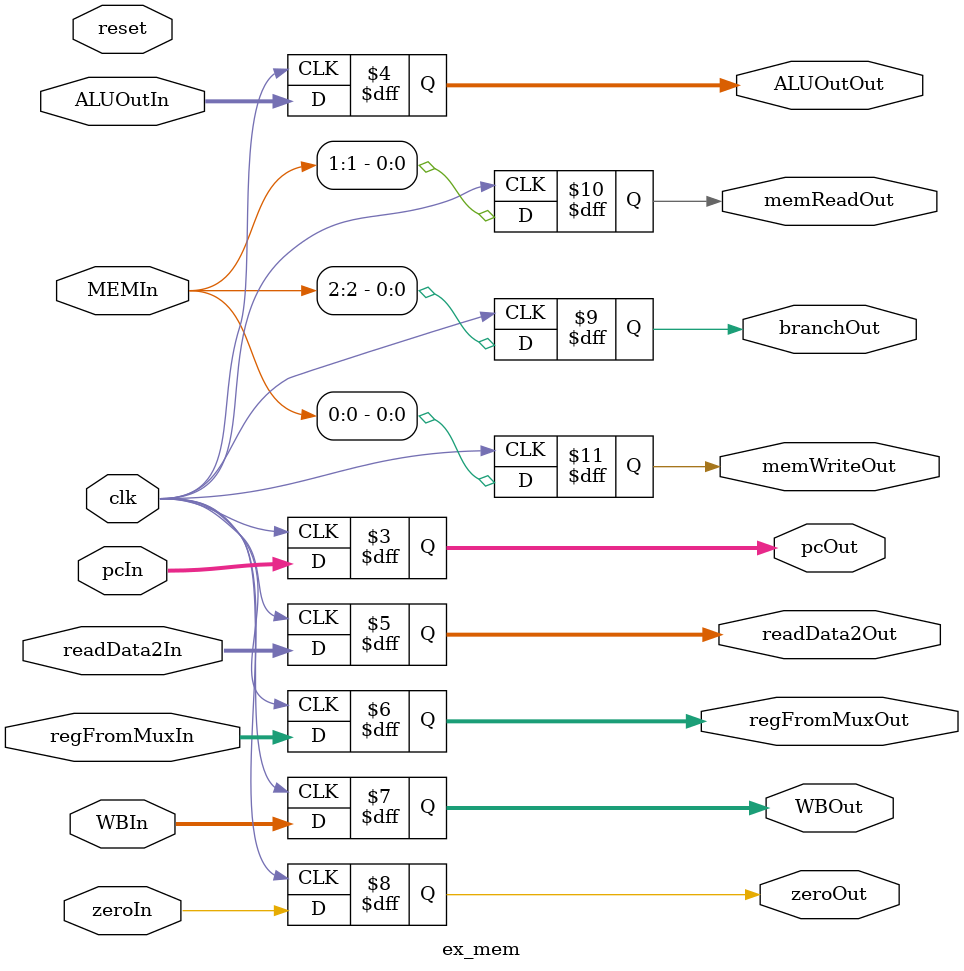
<source format=v>

module ex_mem (clk, reset, pcIn, zeroIn, ALUOutIn, readData2In, regFromMuxIn, WBIn, MEMIn,
    pcOut, zeroOut, ALUOutOut, readData2Out, regFromMuxOut, WBOut, branchOut, memReadOut, memWriteOut);

    // Input wires;
    input clk, reset, zeroIn;
    input [31:0] pcIn, ALUOutIn, readData2In;
    input [4:0] regFromMuxIn;
    input [1:0] WBIn;
    input [2:0] MEMIn;

    // Output regs;
    output reg [31:0] pcOut, ALUOutOut, readData2Out;
    output reg [4:0] regFromMuxOut;
    output reg [1:0] WBOut;
    output reg zeroOut, branchOut, memReadOut, memWriteOut;

    // Clearing module registers;
    initial begin
        pcOut <= 32'b0;
        zeroOut <= 1'b0;
        ALUOutOut <= 32'b0;
        readData2Out <= 32'b0;
        regFromMuxOut <= 5'b0;
        WBOut <= 2'b0;
        branchOut <= 1'b0;
        memReadOut <= 1'b0;
        memWriteOut <= 1'b0;
    end

    // Copying data from the entries to the module's output registers when negedge is happening;
    always @(negedge clk) begin
        pcOut <= pcIn;
        zeroOut <= zeroIn;
        ALUOutOut <= ALUOutIn;
        readData2Out <= readData2In;
        regFromMuxOut <= regFromMuxIn;
        WBOut <= WBIn;
        branchOut <= MEMIn[2];
        memReadOut <= MEMIn[1];
        memWriteOut <= MEMIn[0];
    end
endmodule

</source>
